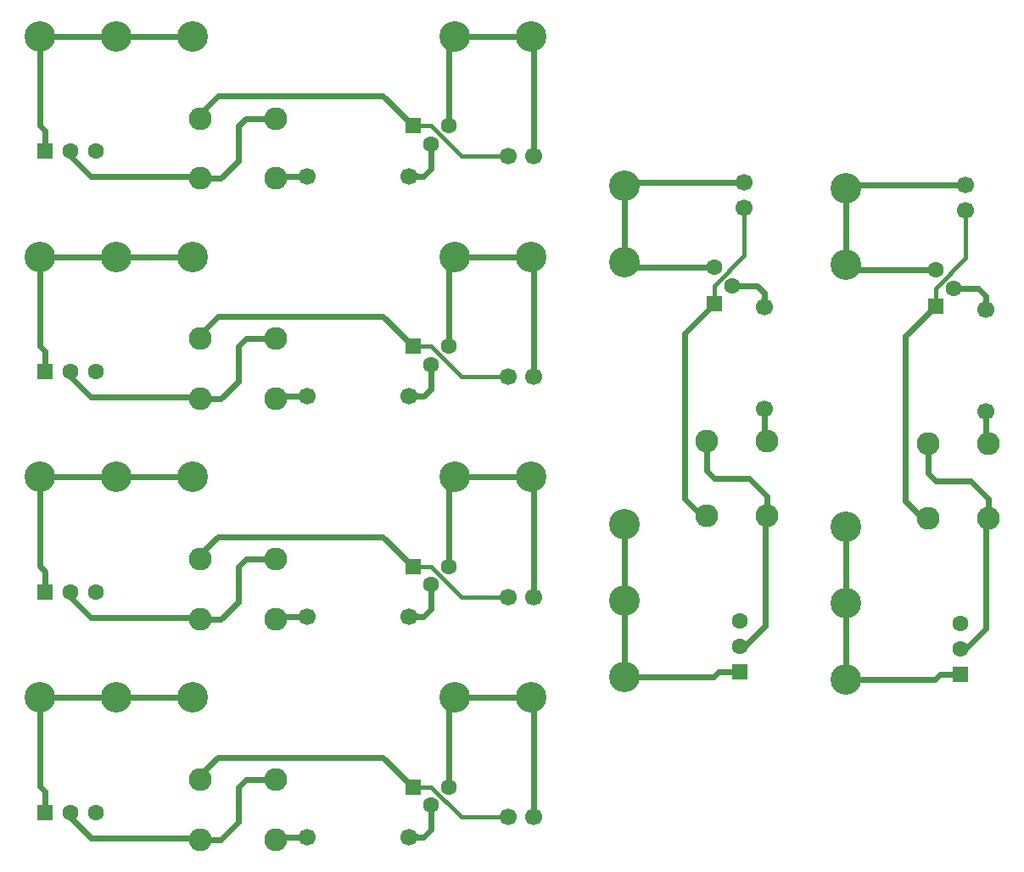
<source format=gtl>
%MOIN*%
%OFA0B0*%
%FSLAX46Y46*%
%IPPOS*%
%LPD*%
%ADD10C,0.005905511811023622*%
%ADD11C,0.12000000000000001*%
%ADD12C,0.090000000000000011*%
%ADD13C,0.066929133858267723*%
%ADD14R,0.059055118110236227X0.059055118110236227*%
%ADD15C,0.062992125984251982*%
%ADD16C,0.024000000000000004*%
%ADD17C,0.016*%
%ADD28C,0.005905511811023622*%
%ADD29C,0.12000000000000001*%
%ADD30C,0.090000000000000011*%
%ADD31C,0.066929133858267723*%
%ADD32R,0.059055118110236227X0.059055118110236227*%
%ADD33C,0.062992125984251982*%
%ADD34C,0.024000000000000004*%
%ADD35C,0.016*%
%ADD46C,0.005905511811023622*%
%ADD47C,0.12000000000000001*%
%ADD48C,0.090000000000000011*%
%ADD49C,0.066929133858267723*%
%ADD50R,0.059055118110236227X0.059055118110236227*%
%ADD51C,0.062992125984251982*%
%ADD52C,0.024000000000000004*%
%ADD53C,0.016*%
%ADD64C,0.005905511811023622*%
%ADD65C,0.12000000000000001*%
%ADD66C,0.090000000000000011*%
%ADD67C,0.066929133858267723*%
%ADD68R,0.059055118110236227X0.059055118110236227*%
%ADD69C,0.062992125984251982*%
%ADD70C,0.024000000000000004*%
%ADD71C,0.016*%
%ADD82C,0.005905511811023622*%
%ADD83C,0.12000000000000001*%
%ADD84C,0.090000000000000011*%
%ADD85C,0.066929133858267723*%
%ADD86R,0.059055118110236227X0.059055118110236227*%
%ADD87C,0.062992125984251982*%
%ADD88C,0.024000000000000004*%
%ADD89C,0.016*%
%ADD100C,0.005905511811023622*%
%ADD101C,0.12000000000000001*%
%ADD102C,0.090000000000000011*%
%ADD103C,0.066929133858267723*%
%ADD104R,0.059055118110236227X0.059055118110236227*%
%ADD105C,0.062992125984251982*%
%ADD106C,0.024000000000000004*%
%ADD107C,0.016*%
%LPD*%
G01*
D10*
D11*
X-0005050000Y0006532283D02*
X0000704999Y0002357283D03*
X0000404999Y0002357283D03*
X0000104999Y0002357283D03*
X0001734999Y0002357283D03*
X0002034999Y0002357283D03*
D12*
X0001032675Y0002034250D03*
X0001032675Y0001798031D03*
X0000737400Y0002034250D03*
X0000737400Y0001798031D03*
D13*
X0001947242Y0001886614D03*
X0002047243Y0001886614D03*
D14*
X0001572202Y0002004724D03*
D15*
X0001642912Y0001934013D03*
X0001713623Y0002004724D03*
D13*
X0001157480Y0001807873D03*
X0001557479Y0001807873D03*
D14*
X0000125590Y0001906299D03*
D15*
X0000225590Y0001906299D03*
X0000325590Y0001906299D03*
D16*
X0002047243Y0001886614D02*
X0002047243Y0002345039D01*
X0002047243Y0002345039D02*
X0002034999Y0002357283D01*
X0001713623Y0002004724D02*
X0001713623Y0002335907D01*
X0001713623Y0002335907D02*
X0001734999Y0002357283D01*
X0001734999Y0002357283D02*
X0002034999Y0002357283D01*
X0000737400Y0002053936D02*
X0000806299Y0002122834D01*
X0000737400Y0002034250D02*
X0000737400Y0002053936D01*
X0000806299Y0002122834D02*
X0001454092Y0002122834D01*
X0001454092Y0002122834D02*
X0001572202Y0002004724D01*
D17*
X0001572202Y0002004724D02*
X0001642912Y0002004724D01*
X0001761023Y0001886614D02*
X0001947242Y0001886614D01*
X0001642912Y0002004724D02*
X0001761023Y0001886614D01*
D16*
X0000734251Y0002006298D02*
X0000738976Y0002006298D01*
X0001564173Y0002012753D02*
X0001572202Y0002004724D01*
X0001642912Y0001866929D02*
X0001642912Y0001837401D01*
X0001642912Y0001934013D02*
X0001642912Y0001866929D01*
X0001613385Y0001807873D02*
X0001557479Y0001807873D01*
X0001642912Y0001837401D02*
X0001613385Y0001807873D01*
X0001587007Y0001807873D02*
X0001587007Y0001811023D01*
X0001646061Y0001930864D02*
X0001642912Y0001934013D01*
X0001157480Y0001807873D02*
X0001042519Y0001807873D01*
X0001042519Y0001807873D02*
X0001032675Y0001798031D01*
X0000737400Y0001798031D02*
X0000816141Y0001798031D01*
X0000914566Y0002034250D02*
X0001032675Y0002034250D01*
X0000885039Y0002004724D02*
X0000914566Y0002034250D01*
X0000885039Y0001866929D02*
X0000885039Y0002004724D01*
X0000816141Y0001798031D02*
X0000885039Y0001866929D01*
X0000225590Y0001906299D02*
X0000225590Y0001886614D01*
X0000225590Y0001886614D02*
X0000305905Y0001806299D01*
X0000305905Y0001806299D02*
X0000734251Y0001806299D01*
X0000225590Y0001906299D02*
X0000225590Y0001906299D01*
X0000404999Y0002357283D02*
X0000704999Y0002357283D01*
X0000104999Y0002357283D02*
X0000104999Y0002007204D01*
X0000125590Y0001986614D02*
X0000125590Y0001906299D01*
X0000104999Y0002007204D02*
X0000125590Y0001986614D01*
X0000404999Y0002357283D02*
X0000104999Y0002357283D01*
X0000104999Y0002357283D02*
X0000107480Y0002354803D01*
X0000107480Y0001924409D02*
X0000125590Y0001906299D01*
G01*
D28*
D29*
X-0005050000Y0007398425D02*
X0000704999Y0003223425D03*
X0000404999Y0003223425D03*
X0000104999Y0003223425D03*
X0001734999Y0003223425D03*
X0002034999Y0003223425D03*
D30*
X0001032675Y0002900393D03*
X0001032675Y0002664173D03*
X0000737400Y0002900393D03*
X0000737400Y0002664173D03*
D31*
X0001947242Y0002752755D03*
X0002047243Y0002752755D03*
D32*
X0001572202Y0002870865D03*
D33*
X0001642912Y0002800155D03*
X0001713623Y0002870865D03*
D31*
X0001157480Y0002674015D03*
X0001557479Y0002674015D03*
D32*
X0000125590Y0002772440D03*
D33*
X0000225590Y0002772440D03*
X0000325590Y0002772440D03*
D34*
X0002047243Y0002752755D02*
X0002047243Y0003211181D01*
X0002047243Y0003211181D02*
X0002034999Y0003223425D01*
X0001713623Y0002870865D02*
X0001713623Y0003202049D01*
X0001713623Y0003202049D02*
X0001734999Y0003223425D01*
X0001734999Y0003223425D02*
X0002034999Y0003223425D01*
X0000737400Y0002920078D02*
X0000806299Y0002988976D01*
X0000737400Y0002900393D02*
X0000737400Y0002920078D01*
X0000806299Y0002988976D02*
X0001454092Y0002988976D01*
X0001454092Y0002988976D02*
X0001572202Y0002870865D01*
D35*
X0001572202Y0002870865D02*
X0001642912Y0002870865D01*
X0001761023Y0002752755D02*
X0001947242Y0002752755D01*
X0001642912Y0002870865D02*
X0001761023Y0002752755D01*
D34*
X0000734251Y0002872440D02*
X0000738976Y0002872440D01*
X0001564173Y0002878895D02*
X0001572202Y0002870865D01*
X0001642912Y0002733070D02*
X0001642912Y0002703543D01*
X0001642912Y0002800155D02*
X0001642912Y0002733070D01*
X0001613385Y0002674015D02*
X0001557479Y0002674015D01*
X0001642912Y0002703543D02*
X0001613385Y0002674015D01*
X0001587007Y0002674015D02*
X0001587007Y0002677165D01*
X0001646061Y0002797005D02*
X0001642912Y0002800155D01*
X0001157480Y0002674015D02*
X0001042519Y0002674015D01*
X0001042519Y0002674015D02*
X0001032675Y0002664173D01*
X0000737400Y0002664173D02*
X0000816141Y0002664173D01*
X0000914566Y0002900393D02*
X0001032675Y0002900393D01*
X0000885039Y0002870865D02*
X0000914566Y0002900393D01*
X0000885039Y0002733070D02*
X0000885039Y0002870865D01*
X0000816141Y0002664173D02*
X0000885039Y0002733070D01*
X0000225590Y0002772440D02*
X0000225590Y0002752755D01*
X0000225590Y0002752755D02*
X0000305905Y0002672440D01*
X0000305905Y0002672440D02*
X0000734251Y0002672440D01*
X0000225590Y0002772440D02*
X0000225590Y0002772440D01*
X0000404999Y0003223425D02*
X0000704999Y0003223425D01*
X0000104999Y0003223425D02*
X0000104999Y0002873346D01*
X0000125590Y0002852755D02*
X0000125590Y0002772440D01*
X0000104999Y0002873346D02*
X0000125590Y0002852755D01*
X0000404999Y0003223425D02*
X0000104999Y0003223425D01*
X0000104999Y0003223425D02*
X0000107480Y0003220944D01*
X0000107480Y0002790550D02*
X0000125590Y0002772440D01*
G04 next file*
%LPD*%
G01*
D46*
D47*
X-0005050000Y0004799999D02*
X0000704999Y0000624999D03*
X0000404999Y0000624999D03*
X0000104999Y0000624999D03*
X0001734999Y0000624999D03*
X0002034999Y0000624999D03*
D48*
X0001032675Y0000301968D03*
X0001032675Y0000065747D03*
X0000737400Y0000301968D03*
X0000737400Y0000065747D03*
D49*
X0001947242Y0000154330D03*
X0002047243Y0000154330D03*
D50*
X0001572202Y0000272440D03*
D51*
X0001642912Y0000201730D03*
X0001713623Y0000272440D03*
D49*
X0001157480Y0000075590D03*
X0001557479Y0000075590D03*
D50*
X0000125590Y0000174015D03*
D51*
X0000225590Y0000174015D03*
X0000325590Y0000174015D03*
D52*
X0002047243Y0000154330D02*
X0002047243Y0000612755D01*
X0002047243Y0000612755D02*
X0002034999Y0000624999D01*
X0001713623Y0000272440D02*
X0001713623Y0000603623D01*
X0001713623Y0000603623D02*
X0001734999Y0000624999D01*
X0001734999Y0000624999D02*
X0002034999Y0000624999D01*
X0000737400Y0000321653D02*
X0000806299Y0000390551D01*
X0000737400Y0000301968D02*
X0000737400Y0000321653D01*
X0000806299Y0000390551D02*
X0001454092Y0000390551D01*
X0001454092Y0000390551D02*
X0001572202Y0000272440D01*
D53*
X0001572202Y0000272440D02*
X0001642912Y0000272440D01*
X0001761023Y0000154330D02*
X0001947242Y0000154330D01*
X0001642912Y0000272440D02*
X0001761023Y0000154330D01*
D52*
X0000734251Y0000274015D02*
X0000738976Y0000274015D01*
X0001564173Y0000280470D02*
X0001572202Y0000272440D01*
X0001642912Y0000134645D02*
X0001642912Y0000105118D01*
X0001642912Y0000201730D02*
X0001642912Y0000134645D01*
X0001613385Y0000075590D02*
X0001557479Y0000075590D01*
X0001642912Y0000105118D02*
X0001613385Y0000075590D01*
X0001587007Y0000075590D02*
X0001587007Y0000078740D01*
X0001646061Y0000198580D02*
X0001642912Y0000201730D01*
X0001157480Y0000075590D02*
X0001042519Y0000075590D01*
X0001042519Y0000075590D02*
X0001032675Y0000065747D01*
X0000737400Y0000065747D02*
X0000816141Y0000065747D01*
X0000914566Y0000301968D02*
X0001032675Y0000301968D01*
X0000885039Y0000272440D02*
X0000914566Y0000301968D01*
X0000885039Y0000134645D02*
X0000885039Y0000272440D01*
X0000816141Y0000065747D02*
X0000885039Y0000134645D01*
X0000225590Y0000174015D02*
X0000225590Y0000154330D01*
X0000225590Y0000154330D02*
X0000305905Y0000074015D01*
X0000305905Y0000074015D02*
X0000734251Y0000074015D01*
X0000225590Y0000174015D02*
X0000225590Y0000174015D01*
X0000404999Y0000624999D02*
X0000704999Y0000624999D01*
X0000104999Y0000624999D02*
X0000104999Y0000274921D01*
X0000125590Y0000254330D02*
X0000125590Y0000174015D01*
X0000104999Y0000274921D02*
X0000125590Y0000254330D01*
X0000404999Y0000624999D02*
X0000104999Y0000624999D01*
X0000104999Y0000624999D02*
X0000107480Y0000622519D01*
X0000107480Y0000192124D02*
X0000125590Y0000174015D01*
G01*
D64*
D65*
X-0001771653Y-0004448818D02*
X0002403346Y0001306181D03*
X0002403346Y0001006181D03*
X0002403346Y0000706181D03*
X0002403346Y0002336181D03*
X0002403346Y0002636181D03*
D66*
X0002726377Y0001633858D03*
X0002962598Y0001633858D03*
X0002726377Y0001338582D03*
X0002962598Y0001338582D03*
D67*
X0002874015Y0002548424D03*
X0002874015Y0002648425D03*
D68*
X0002755905Y0002173383D03*
D69*
X0002826616Y0002244094D03*
X0002755905Y0002314805D03*
D67*
X0002952755Y0001758661D03*
X0002952755Y0002158661D03*
D68*
X0002854330Y0000726771D03*
D69*
X0002854330Y0000826771D03*
X0002854330Y0000926771D03*
D70*
X0002874015Y0002648425D02*
X0002415590Y0002648425D01*
X0002415590Y0002648425D02*
X0002403346Y0002636181D01*
X0002755905Y0002314805D02*
X0002424722Y0002314805D01*
X0002424722Y0002314805D02*
X0002403346Y0002336181D01*
X0002403346Y0002336181D02*
X0002403346Y0002636181D01*
X0002706692Y0001338582D02*
X0002637795Y0001407480D01*
X0002726377Y0001338582D02*
X0002706692Y0001338582D01*
X0002637795Y0001407480D02*
X0002637795Y0002055273D01*
X0002637795Y0002055273D02*
X0002755905Y0002173383D01*
D71*
X0002755905Y0002173383D02*
X0002755905Y0002244094D01*
X0002874015Y0002362204D02*
X0002874015Y0002548424D01*
X0002755905Y0002244094D02*
X0002874015Y0002362204D01*
D70*
X0002754330Y0001335433D02*
X0002754330Y0001340157D01*
X0002747876Y0002165354D02*
X0002755905Y0002173383D01*
X0002893700Y0002244094D02*
X0002923228Y0002244094D01*
X0002826616Y0002244094D02*
X0002893700Y0002244094D01*
X0002952755Y0002214566D02*
X0002952755Y0002158661D01*
X0002923228Y0002244094D02*
X0002952755Y0002214566D01*
X0002952755Y0002188188D02*
X0002949606Y0002188188D01*
X0002829765Y0002247244D02*
X0002826616Y0002244094D01*
X0002952755Y0001758661D02*
X0002952755Y0001643700D01*
X0002952755Y0001643700D02*
X0002962598Y0001633858D01*
X0002962598Y0001338582D02*
X0002962598Y0001417321D01*
X0002726377Y0001515748D02*
X0002726377Y0001633858D01*
X0002755905Y0001486220D02*
X0002726377Y0001515748D01*
X0002893700Y0001486220D02*
X0002755905Y0001486220D01*
X0002962598Y0001417321D02*
X0002893700Y0001486220D01*
X0002854330Y0000826771D02*
X0002874015Y0000826771D01*
X0002874015Y0000826771D02*
X0002954330Y0000907086D01*
X0002954330Y0000907086D02*
X0002954330Y0001335433D01*
X0002854330Y0000826771D02*
X0002854330Y0000826771D01*
X0002403346Y0001006181D02*
X0002403346Y0001306181D01*
X0002403346Y0000706181D02*
X0002753425Y0000706181D01*
X0002774015Y0000726771D02*
X0002854330Y0000726771D01*
X0002753425Y0000706181D02*
X0002774015Y0000726771D01*
X0002403346Y0001006181D02*
X0002403346Y0000706181D01*
X0002403346Y0000706181D02*
X0002405826Y0000708660D01*
X0002836220Y0000708660D02*
X0002854330Y0000726771D01*
G04 next file*
G01*
D82*
D83*
X-0000902362Y-0004459448D02*
X0003272637Y0001295550D03*
X0003272637Y0000995550D03*
X0003272637Y0000695550D03*
X0003272637Y0002325550D03*
X0003272637Y0002625550D03*
D84*
X0003595669Y0001623228D03*
X0003831888Y0001623228D03*
X0003595669Y0001327952D03*
X0003831888Y0001327952D03*
D85*
X0003743307Y0002537795D03*
X0003743307Y0002637795D03*
D86*
X0003625196Y0002162753D03*
D87*
X0003695907Y0002233464D03*
X0003625196Y0002304175D03*
D85*
X0003822047Y0001748031D03*
X0003822047Y0002148031D03*
D86*
X0003723622Y0000716141D03*
D87*
X0003723622Y0000816141D03*
X0003723622Y0000916141D03*
D88*
X0003743307Y0002637795D02*
X0003284881Y0002637795D01*
X0003284881Y0002637795D02*
X0003272637Y0002625550D01*
X0003625196Y0002304175D02*
X0003294013Y0002304175D01*
X0003294013Y0002304175D02*
X0003272637Y0002325550D01*
X0003272637Y0002325550D02*
X0003272637Y0002625550D01*
X0003575984Y0001327952D02*
X0003507086Y0001396850D01*
X0003595669Y0001327952D02*
X0003575984Y0001327952D01*
X0003507086Y0001396850D02*
X0003507086Y0002044643D01*
X0003507086Y0002044643D02*
X0003625196Y0002162753D01*
D89*
X0003625196Y0002162753D02*
X0003625196Y0002233464D01*
X0003743307Y0002351574D02*
X0003743307Y0002537795D01*
X0003625196Y0002233464D02*
X0003743307Y0002351574D01*
D88*
X0003623621Y0001324802D02*
X0003623621Y0001329527D01*
X0003617167Y0002154724D02*
X0003625196Y0002162753D01*
X0003762992Y0002233464D02*
X0003792519Y0002233464D01*
X0003695907Y0002233464D02*
X0003762992Y0002233464D01*
X0003822047Y0002203936D02*
X0003822047Y0002148031D01*
X0003792519Y0002233464D02*
X0003822047Y0002203936D01*
X0003822047Y0002177558D02*
X0003818897Y0002177558D01*
X0003699057Y0002236613D02*
X0003695907Y0002233464D01*
X0003822047Y0001748031D02*
X0003822047Y0001633070D01*
X0003822047Y0001633070D02*
X0003831888Y0001623228D01*
X0003831888Y0001327952D02*
X0003831888Y0001406692D01*
X0003595669Y0001505117D02*
X0003595669Y0001623228D01*
X0003625196Y0001475590D02*
X0003595669Y0001505117D01*
X0003762992Y0001475590D02*
X0003625196Y0001475590D01*
X0003831888Y0001406692D02*
X0003762992Y0001475590D01*
X0003723622Y0000816141D02*
X0003743307Y0000816141D01*
X0003743307Y0000816141D02*
X0003823622Y0000896456D01*
X0003823622Y0000896456D02*
X0003823622Y0001324802D01*
X0003723622Y0000816141D02*
X0003723622Y0000816141D01*
X0003272637Y0000995550D02*
X0003272637Y0001295550D01*
X0003272637Y0000695550D02*
X0003622716Y0000695550D01*
X0003643307Y0000716141D02*
X0003723622Y0000716141D01*
X0003622716Y0000695550D02*
X0003643307Y0000716141D01*
X0003272637Y0000995550D02*
X0003272637Y0000695550D01*
X0003272637Y0000695550D02*
X0003275118Y0000698031D01*
X0003705511Y0000698031D02*
X0003723622Y0000716141D01*
G04 next file*
G04 #@! TF.FileFunction,Copper,L1,Top,Signal*
G04 Gerber Fmt 4.6, Leading zero omitted, Abs format (unit mm)*
G04 Created by KiCad (PCBNEW 4.0.7) date 01/27/18 21:13:41*
G01*
G04 APERTURE LIST*
G04 APERTURE END LIST*
D100*
D101*
X-0005050000Y0005666141D02*
X0000704999Y0001491140D03*
X0000404999Y0001491140D03*
X0000104999Y0001491140D03*
X0001734999Y0001491140D03*
X0002034999Y0001491140D03*
D102*
X0001032675Y0001168110D03*
X0001032675Y0000931889D03*
X0000737400Y0001168110D03*
X0000737400Y0000931889D03*
D103*
X0001947242Y0001020472D03*
X0002047243Y0001020472D03*
D104*
X0001572202Y0001138582D03*
D105*
X0001642912Y0001067871D03*
X0001713623Y0001138582D03*
D103*
X0001157480Y0000941732D03*
X0001557479Y0000941732D03*
D104*
X0000125590Y0001040157D03*
D105*
X0000225590Y0001040157D03*
X0000325590Y0001040157D03*
D106*
X0002047243Y0001020472D02*
X0002047243Y0001478897D01*
X0002047243Y0001478897D02*
X0002034999Y0001491140D01*
X0001713623Y0001138582D02*
X0001713623Y0001469765D01*
X0001713623Y0001469765D02*
X0001734999Y0001491140D01*
X0001734999Y0001491140D02*
X0002034999Y0001491140D01*
X0000737400Y0001187795D02*
X0000806299Y0001256692D01*
X0000737400Y0001168110D02*
X0000737400Y0001187795D01*
X0000806299Y0001256692D02*
X0001454092Y0001256692D01*
X0001454092Y0001256692D02*
X0001572202Y0001138582D01*
D107*
X0001572202Y0001138582D02*
X0001642912Y0001138582D01*
X0001761023Y0001020472D02*
X0001947242Y0001020472D01*
X0001642912Y0001138582D02*
X0001761023Y0001020472D01*
D106*
X0000734251Y0001140157D02*
X0000738976Y0001140157D01*
X0001564173Y0001146612D02*
X0001572202Y0001138582D01*
X0001642912Y0001000787D02*
X0001642912Y0000971258D01*
X0001642912Y0001067871D02*
X0001642912Y0001000787D01*
X0001613385Y0000941732D02*
X0001557479Y0000941732D01*
X0001642912Y0000971258D02*
X0001613385Y0000941732D01*
X0001587007Y0000941732D02*
X0001587007Y0000944881D01*
X0001646061Y0001064722D02*
X0001642912Y0001067871D01*
X0001157480Y0000941732D02*
X0001042519Y0000941732D01*
X0001042519Y0000941732D02*
X0001032675Y0000931889D01*
X0000737400Y0000931889D02*
X0000816141Y0000931889D01*
X0000914566Y0001168110D02*
X0001032675Y0001168110D01*
X0000885039Y0001138582D02*
X0000914566Y0001168110D01*
X0000885039Y0001000787D02*
X0000885039Y0001138582D01*
X0000816141Y0000931889D02*
X0000885039Y0001000787D01*
X0000225590Y0001040157D02*
X0000225590Y0001020472D01*
X0000225590Y0001020472D02*
X0000305905Y0000940157D01*
X0000305905Y0000940157D02*
X0000734251Y0000940157D01*
X0000225590Y0001040157D02*
X0000225590Y0001040157D01*
X0000404999Y0001491140D02*
X0000704999Y0001491140D01*
X0000104999Y0001491140D02*
X0000104999Y0001141062D01*
X0000125590Y0001120472D02*
X0000125590Y0001040157D01*
X0000104999Y0001141062D02*
X0000125590Y0001120472D01*
X0000404999Y0001491140D02*
X0000104999Y0001491140D01*
X0000104999Y0001491140D02*
X0000107480Y0001488661D01*
X0000107480Y0001058267D02*
X0000125590Y0001040157D01*
M02*
</source>
